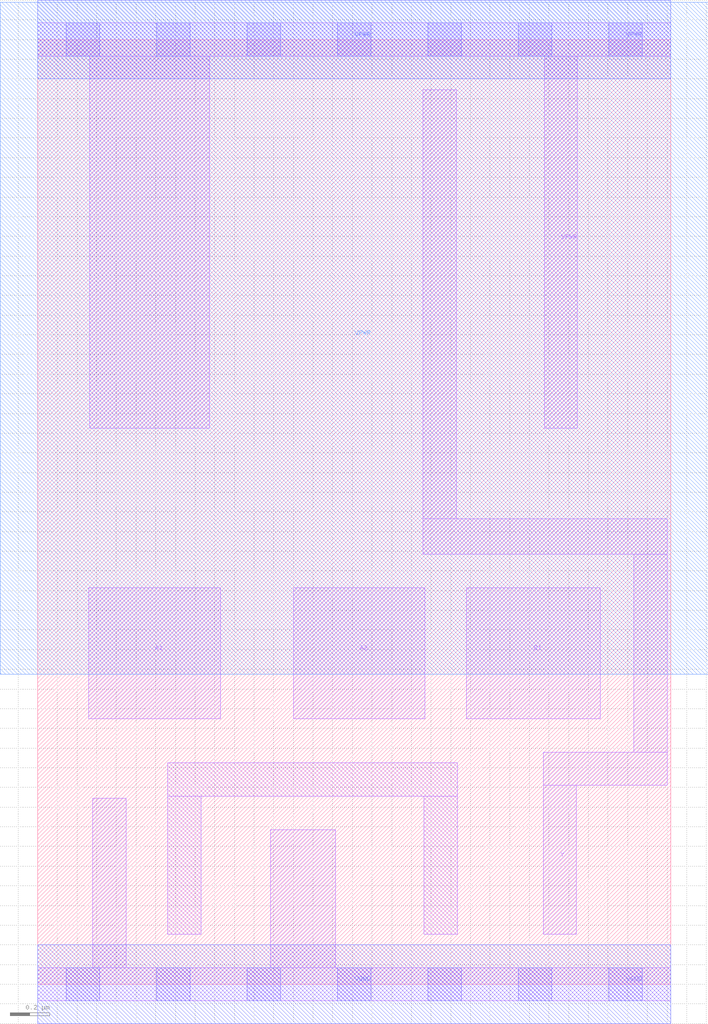
<source format=lef>
VERSION 5.7 ;
  NOWIREEXTENSIONATPIN ON ;
  DIVIDERCHAR "/" ;
  BUSBITCHARS "[]" ;
MACRO oai21
  CLASS CORE ;
  FOREIGN oai21 ;
  ORIGIN 0.000 0.000 ;
  SIZE 3.220 BY 4.800 ;
  PIN A1
    DIRECTION INPUT ;
    USE SIGNAL ;
    ANTENNAGATEAREA 0.553500 ;
    PORT
      LAYER li1 ;
        RECT 0.260 1.350 0.930 2.015 ;
    END
  END A1
  PIN A2
    DIRECTION INPUT ;
    USE SIGNAL ;
    ANTENNAGATEAREA 0.553500 ;
    PORT
      LAYER li1 ;
        RECT 1.300 1.350 1.970 2.015 ;
    END
  END A2
  PIN B1
    DIRECTION INPUT ;
    USE SIGNAL ;
    ANTENNAGATEAREA 0.553500 ;
    PORT
      LAYER li1 ;
        RECT 2.180 1.350 2.860 2.015 ;
    END
  END B1
  PIN Y
    DIRECTION OUTPUT ;
    USE SIGNAL ;
    ANTENNADIFFAREA 1.861450 ;
    PORT
      LAYER li1 ;
        RECT 1.960 2.365 2.130 4.545 ;
        RECT 1.960 2.185 3.200 2.365 ;
        RECT 3.030 1.180 3.200 2.185 ;
        RECT 2.570 1.010 3.200 1.180 ;
        RECT 2.570 0.255 2.740 1.010 ;
    END
  END Y
  PIN VPWR
    DIRECTION INOUT ;
    USE POWER ;
    PORT
      LAYER nwell ;
        RECT -0.190 1.575 3.410 4.990 ;
      LAYER li1 ;
        RECT 0.000 4.715 3.220 4.885 ;
        RECT 0.265 2.825 0.875 4.715 ;
        RECT 2.575 2.825 2.745 4.715 ;
      LAYER mcon ;
        RECT 0.145 4.715 0.315 4.885 ;
        RECT 0.605 4.715 0.775 4.885 ;
        RECT 1.065 4.715 1.235 4.885 ;
        RECT 1.525 4.715 1.695 4.885 ;
        RECT 1.985 4.715 2.155 4.885 ;
        RECT 2.445 4.715 2.615 4.885 ;
        RECT 2.905 4.715 3.075 4.885 ;
      LAYER met1 ;
        RECT 0.000 4.600 3.220 5.000 ;
    END
  END VPWR
  PIN VGND
    DIRECTION INOUT ;
    USE GROUND ;
    PORT
      LAYER li1 ;
        RECT 0.280 0.085 0.450 0.945 ;
        RECT 1.185 0.085 1.515 0.785 ;
        RECT 0.000 -0.085 3.220 0.085 ;
      LAYER mcon ;
        RECT 0.145 -0.085 0.315 0.085 ;
        RECT 0.605 -0.085 0.775 0.085 ;
        RECT 1.065 -0.085 1.235 0.085 ;
        RECT 1.525 -0.085 1.695 0.085 ;
        RECT 1.985 -0.085 2.155 0.085 ;
        RECT 2.445 -0.085 2.615 0.085 ;
        RECT 2.905 -0.085 3.075 0.085 ;
      LAYER met1 ;
        RECT 0.000 -0.200 3.220 0.200 ;
    END
  END VGND
  OBS
      LAYER li1 ;
        RECT 0.660 0.955 2.135 1.125 ;
        RECT 0.660 0.255 0.830 0.955 ;
        RECT 1.965 0.255 2.135 0.955 ;
  END
END oai21
END LIBRARY


</source>
